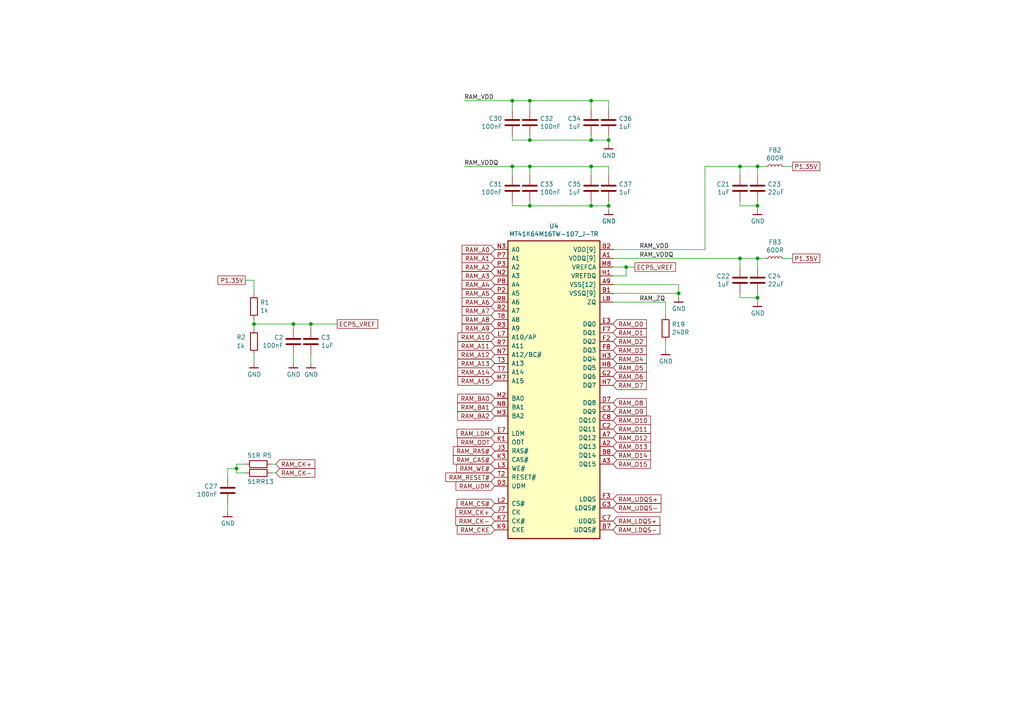
<source format=kicad_sch>
(kicad_sch (version 20230121) (generator eeschema)
  (paper "A4")
  (title_block (title "Orange Crab") (date "2020-11-01") (rev "r0.2.1") (company "Good Stuff Department") (comment 3 "Licensed under CERN OHL v.1.2") (comment 4 "Designed by: Greg Davill"))
  (lib_symbols
    (symbol "Device:C" (pin_numbers hide) (pin_names (offset 0.254))
      (property "Reference" "C" (at 0.635 2.54 0))
      (property "Value" "C" (at 0.635 -2.54 0))
      (symbol "C_0_1"
        (polyline (pts (xy -2.032 -0.762) (xy 2.032 -0.762)) (stroke (width 0.508)))
        (polyline (pts (xy -2.032 0.762) (xy 2.032 0.762)) (stroke (width 0.508)))
      )
      (symbol "C_1_1"
        (pin passive line (at 0 3.81 270) (length 2.794) (name "~") (number "1"))
        (pin passive line (at 0 -3.81 90) (length 2.794) (name "~") (number "2"))
      )
    )
    (symbol "Device:L_Small" (pin_numbers hide) (pin_names (offset 0.254) hide)
      (property "Reference" "L" (at 0.762 1.016 0))
      (property "Value" "L_Small" (at 0.762 -1.016 0))
      (symbol "L_Small_0_1"
        (arc (start 0 -2.032) (mid 0.5058 -1.524) (end 0 -1.016))
        (arc (start 0 -1.016) (mid 0.5058 -0.508) (end 0 0))
        (arc (start 0 0) (mid 0.5058 0.508) (end 0 1.016))
        (arc (start 0 1.016) (mid 0.5058 1.524) (end 0 2.032))
      )
      (symbol "L_Small_1_1"
        (pin passive line (at 0 2.54 270) (length 0.508) (name "~") (number "1"))
        (pin passive line (at 0 -2.54 90) (length 0.508) (name "~") (number "2"))
      )
    )
    (symbol "Device:R" (pin_numbers hide) (pin_names (offset 0))
      (property "Reference" "R" (at 2.032 0 90))
      (property "Value" "R" (at 0 0 90))
      (symbol "R_0_1"
        (rectangle (start -1.016 -2.54) (end 1.016 2.54) (stroke (width 0.254)))
      )
      (symbol "R_1_1"
        (pin passive line (at 0 3.81 270) (length 1.27) (name "~") (number "1"))
        (pin passive line (at 0 -3.81 90) (length 1.27) (name "~") (number "2"))
      )
    )
    (symbol "gkl_mem:MT41K64M16TW-107_J-TR" (pin_names (offset 1.016))
      (property "Reference" "U" (at 0 36.83 0))
      (property "Value" "MT41K64M16TW-107_J-TR" (at 0 34.29 0))
      (symbol "MT41K64M16TW-107_J-TR_0_1"
        (rectangle (start -12.7 33.02) (end 13.97 -53.34) (stroke (width 0.3302)) (fill (type background)))
      )
      (symbol "MT41K64M16TW-107_J-TR_1_1"
        (pin input line (at 17.78 27.94 180) (length 3.81) (name "VDDQ[9]") (number "A1"))
        (pin input line (at 17.78 -26.67 180) (length 3.81) (name "DQ13") (number "A2"))
        (pin input line (at 17.78 -31.75 180) (length 3.81) (name "DQ15") (number "A3"))
        (pin input line (at 17.78 -24.13 180) (length 3.81) (name "DQ12") (number "A7"))
        (pin input line (at 17.78 27.94 180) (length 0) (name "VDDQ") (number "A8"))
        (pin input line (at 17.78 20.32 180) (length 3.81) (name "VSS[12]") (number "A9"))
        (pin input line (at 17.78 17.78 180) (length 3.81) (name "VSSQ[9]") (number "B1"))
        (pin input line (at 17.78 30.48 180) (length 3.81) (name "VDD[9]") (number "B2"))
        (pin input line (at 17.78 20.32 180) (length 0) (name "VSS") (number "B3"))
        (pin input line (at 17.78 -50.8 180) (length 3.81) (name "UDQS#") (number "B7"))
        (pin input line (at 17.78 -29.21 180) (length 3.81) (name "DQ14") (number "B8"))
        (pin input line (at 17.78 17.78 180) (length 0) (name "VSSQ") (number "B9"))
        (pin input line (at 17.78 27.94 180) (length 0) (name "VDDQ") (number "C1"))
        (pin input line (at 17.78 -21.59 180) (length 3.81) (name "DQ11") (number "C2"))
        (pin input line (at 17.78 -16.51 180) (length 3.81) (name "DQ9") (number "C3"))
        (pin input line (at 17.78 -48.26 180) (length 3.81) (name "UDQS") (number "C7"))
        (pin input line (at 17.78 -19.05 180) (length 3.81) (name "DQ10") (number "C8"))
        (pin input line (at 17.78 27.94 180) (length 0) (name "VDDQ") (number "C9"))
        (pin input line (at 17.78 17.78 180) (length 0) (name "VSSQ") (number "D1"))
        (pin input line (at 17.78 27.94 180) (length 0) (name "VDDQ") (number "D2"))
        (pin input line (at -16.51 -38.1 0) (length 3.81) (name "UDM") (number "D3"))
        (pin input line (at 17.78 -13.97 180) (length 3.81) (name "DQ8") (number "D7"))
        (pin input line (at 17.78 17.78 180) (length 0) (name "VSSQ") (number "D8"))
        (pin input line (at 17.78 30.48 180) (length 0) (name "VDD") (number "D9"))
        (pin input line (at 17.78 20.32 180) (length 0) (name "VSS") (number "E1"))
        (pin input line (at 17.78 17.78 180) (length 0) (name "VSSQ") (number "E2"))
        (pin input line (at 17.78 8.89 180) (length 3.81) (name "DQ0") (number "E3"))
        (pin input line (at -16.51 -22.86 0) (length 3.81) (name "LDM") (number "E7"))
        (pin input line (at 17.78 17.78 180) (length 0) (name "VSSQ") (number "E8"))
        (pin input line (at 17.78 27.94 180) (length 0) (name "VDDQ") (number "E9"))
        (pin input line (at 17.78 27.94 180) (length 0) (name "VDDQ") (number "F1"))
        (pin input line (at 17.78 3.81 180) (length 3.81) (name "DQ2") (number "F2"))
        (pin input line (at 17.78 -41.91 180) (length 3.81) (name "LDQS") (number "F3"))
        (pin input line (at 17.78 6.35 180) (length 3.81) (name "DQ1") (number "F7"))
        (pin input line (at 17.78 1.27 180) (length 3.81) (name "DQ3") (number "F8"))
        (pin input line (at 17.78 17.78 180) (length 0) (name "VSSQ") (number "F9"))
        (pin input line (at 17.78 17.78 180) (length 0) (name "VSSQ") (number "G1"))
        (pin input line (at 17.78 -6.35 180) (length 3.81) (name "DQ6") (number "G2"))
        (pin input line (at 17.78 -44.45 180) (length 3.81) (name "LDQS#") (number "G3"))
        (pin input line (at 17.78 30.48 180) (length 0) (name "VDD") (number "G7"))
        (pin input line (at 17.78 17.78 180) (length 0) (name "VSSQ") (number "G9"))
        (pin input line (at 17.78 22.86 180) (length 3.81) (name "VREFDQ") (number "H1"))
        (pin input line (at 17.78 27.94 180) (length 0) (name "VDDQ") (number "H2"))
        (pin input line (at 17.78 -1.27 180) (length 3.81) (name "DQ4") (number "H3"))
        (pin input line (at 17.78 -8.89 180) (length 3.81) (name "DQ7") (number "H7"))
        (pin input line (at 17.78 -3.81 180) (length 3.81) (name "DQ5") (number "H8"))
        (pin input line (at 17.78 27.94 180) (length 0) (name "VDDQ") (number "H9"))
        (pin input line (at 17.78 20.32 180) (length 0) (name "VSS") (number "J2"))
        (pin input line (at -16.51 -27.94 0) (length 3.81) (name "RAS#") (number "J3"))
        (pin input line (at -16.51 -45.72 0) (length 3.81) (name "CK") (number "J7"))
        (pin input line (at 17.78 20.32 180) (length 0) (name "VSS") (number "J8"))
        (pin input line (at -16.51 -25.4 0) (length 3.81) (name "ODT") (number "K1"))
        (pin input line (at 17.78 30.48 180) (length 0) (name "VDD") (number "K2"))
        (pin input line (at -16.51 -30.48 0) (length 3.81) (name "CAS#") (number "K3"))
        (pin input line (at -16.51 -48.26 0) (length 3.81) (name "CK#") (number "K7"))
        (pin input line (at 17.78 30.48 180) (length 0) (name "VDD") (number "K8"))
        (pin input line (at -16.51 -50.8 0) (length 3.81) (name "CKE") (number "K9"))
        (pin input line (at -16.51 -43.18 0) (length 3.81) (name "CS#") (number "L2"))
        (pin input line (at -16.51 -33.02 0) (length 3.81) (name "WE#") (number "L3"))
        (pin input line (at -16.51 5.08 0) (length 3.81) (name "A10/AP") (number "L7"))
        (pin input line (at 17.78 15.24 180) (length 3.81) (name "ZQ") (number "L8"))
        (pin input line (at 17.78 20.32 180) (length 0) (name "VSS") (number "M1"))
        (pin input line (at -16.51 -12.7 0) (length 3.81) (name "BA0") (number "M2"))
        (pin input line (at -16.51 -17.78 0) (length 3.81) (name "BA2") (number "M3"))
        (pin input line (at -16.51 -7.62 0) (length 3.81) (name "A15") (number "M7"))
        (pin input line (at 17.78 25.4 180) (length 3.81) (name "VREFCA") (number "M8"))
        (pin input line (at 17.78 20.32 180) (length 0) (name "VSS") (number "M9"))
        (pin input line (at 17.78 30.48 180) (length 0) (name "VDD") (number "N1"))
        (pin input line (at -16.51 22.86 0) (length 3.81) (name "A3") (number "N2"))
        (pin input line (at -16.51 30.48 0) (length 3.81) (name "A0") (number "N3"))
        (pin input line (at -16.51 0 0) (length 3.81) (name "A12/BC#") (number "N7"))
        (pin input line (at -16.51 -15.24 0) (length 3.81) (name "BA1") (number "N8"))
        (pin input line (at 17.78 30.48 180) (length 0) (name "VDD") (number "N9"))
        (pin input line (at 17.78 20.32 180) (length 0) (name "VSS") (number "P1"))
        (pin input line (at -16.51 17.78 0) (length 3.81) (name "A5") (number "P2"))
        (pin input line (at -16.51 25.4 0) (length 3.81) (name "A2") (number "P3"))
        (pin input line (at -16.51 27.94 0) (length 3.81) (name "A1") (number "P7"))
        (pin input line (at -16.51 20.32 0) (length 3.81) (name "A4") (number "P8"))
        (pin input line (at 17.78 20.32 180) (length 0) (name "VSS") (number "P9"))
        (pin input line (at 17.78 20.32 180) (length 0) (name "VSS") (number "P9"))
        (pin input line (at 17.78 30.48 180) (length 0) (name "VDD") (number "R1"))
        (pin input line (at -16.51 12.7 0) (length 3.81) (name "A7") (number "R2"))
        (pin input line (at -16.51 7.62 0) (length 3.81) (name "A9") (number "R3"))
        (pin input line (at -16.51 2.54 0) (length 3.81) (name "A11") (number "R7"))
        (pin input line (at -16.51 15.24 0) (length 3.81) (name "A6") (number "R8"))
        (pin input line (at 17.78 30.48 180) (length 0) (name "VDD") (number "R9"))
        (pin input line (at 17.78 20.32 180) (length 0) (name "VSS") (number "T1"))
        (pin input line (at -16.51 -35.56 0) (length 3.81) (name "RESET#") (number "T2"))
        (pin input line (at -16.51 -2.54 0) (length 3.81) (name "A13") (number "T3"))
        (pin input line (at -16.51 -5.08 0) (length 3.81) (name "A14") (number "T7"))
        (pin input line (at -16.51 10.16 0) (length 3.81) (name "A8") (number "T8"))
        (pin input line (at 17.78 20.32 180) (length 0) (name "VSS") (number "T9"))
      )
    )
    (symbol "gkl_power:GND" (power) (pin_names (offset 0))
      (property "Value" "GND" (at 0 -2.54 0))
      (symbol "GND_0_1"
        (polyline (pts (xy 0 -1.27) (xy 0 0)))
        (polyline (pts (xy 1.27 -1.27) (xy -1.27 -1.27)) (stroke (width 0.3048)))
      )
      (symbol "GND_1_1"
        (pin power_in line (at 0 0 270) (length 0) hide (name "GND") (number "1"))
      )
    )
  )
  (junction (at 171.45 48.26))
  (junction (at 196.85 85.09))
  (junction (at 90.17 93.98))
  (junction (at 153.67 48.26))
  (junction (at 176.53 40.64))
  (junction (at 214.63 48.26))
  (junction (at 153.67 29.21))
  (junction (at 219.71 59.69))
  (junction (at 148.59 29.21))
  (junction (at 153.67 59.69))
  (junction (at 171.45 29.21))
  (junction (at 85.09 93.98))
  (junction (at 153.67 40.64))
  (junction (at 181.61 77.47))
  (junction (at 219.71 74.93))
  (junction (at 219.71 48.26))
  (junction (at 176.53 59.69))
  (junction (at 171.45 40.64))
  (junction (at 73.66 93.98))
  (junction (at 148.59 48.26))
  (junction (at 214.63 74.93))
  (junction (at 219.71 86.36))
  (junction (at 68.58 135.89))
  (junction (at 171.45 59.69))
  (wire (pts (xy 176.53 40.64) (xy 176.53 41.91)))
  (wire (pts (xy 153.67 39.37) (xy 153.67 40.64)))
  (wire (pts (xy 68.58 137.16) (xy 68.58 135.89)))
  (wire (pts (xy 219.71 85.09) (xy 219.71 86.36)))
  (wire (pts (xy 148.59 48.26) (xy 153.67 48.26)))
  (wire (pts (xy 85.09 95.25) (xy 85.09 93.98)))
  (wire (pts (xy 181.61 77.47) (xy 184.15 77.47)))
  (wire (pts (xy 222.25 74.93) (xy 219.71 74.93)))
  (wire (pts (xy 204.47 48.26) (xy 204.47 72.39)))
  (wire (pts (xy 80.01 137.16) (xy 78.74 137.16)))
  (wire (pts (xy 229.87 48.26) (xy 227.33 48.26)))
  (wire (pts (xy 177.8 82.55) (xy 196.85 82.55)))
  (wire (pts (xy 176.53 31.75) (xy 176.53 29.21)))
  (wire (pts (xy 73.66 102.87) (xy 73.66 105.41)))
  (wire (pts (xy 134.62 48.26) (xy 148.59 48.26)))
  (wire (pts (xy 153.67 59.69) (xy 171.45 59.69)))
  (wire (pts (xy 134.62 29.21) (xy 148.59 29.21)))
  (wire (pts (xy 66.04 135.89) (xy 68.58 135.89)))
  (wire (pts (xy 73.66 93.98) (xy 73.66 95.25)))
  (wire (pts (xy 177.8 85.09) (xy 196.85 85.09)))
  (wire (pts (xy 193.04 101.6) (xy 193.04 99.06)))
  (wire (pts (xy 214.63 59.69) (xy 219.71 59.69)))
  (wire (pts (xy 68.58 135.89) (xy 68.58 134.62)))
  (wire (pts (xy 71.12 137.16) (xy 68.58 137.16)))
  (wire (pts (xy 171.45 48.26) (xy 176.53 48.26)))
  (wire (pts (xy 171.45 59.69) (xy 176.53 59.69)))
  (wire (pts (xy 177.8 80.01) (xy 181.61 80.01)))
  (wire (pts (xy 171.45 58.42) (xy 171.45 59.69)))
  (wire (pts (xy 214.63 48.26) (xy 204.47 48.26)))
  (wire (pts (xy 153.67 50.8) (xy 153.67 48.26)))
  (wire (pts (xy 214.63 58.42) (xy 214.63 59.69)))
  (wire (pts (xy 90.17 93.98) (xy 97.79 93.98)))
  (wire (pts (xy 176.53 39.37) (xy 176.53 40.64)))
  (wire (pts (xy 177.8 77.47) (xy 181.61 77.47)))
  (wire (pts (xy 214.63 86.36) (xy 219.71 86.36)))
  (wire (pts (xy 148.59 58.42) (xy 148.59 59.69)))
  (wire (pts (xy 153.67 31.75) (xy 153.67 29.21)))
  (wire (pts (xy 66.04 146.05) (xy 66.04 148.59)))
  (wire (pts (xy 148.59 50.8) (xy 148.59 48.26)))
  (wire (pts (xy 68.58 134.62) (xy 71.12 134.62)))
  (wire (pts (xy 229.87 74.93) (xy 227.33 74.93)))
  (wire (pts (xy 176.53 58.42) (xy 176.53 59.69)))
  (wire (pts (xy 171.45 40.64) (xy 176.53 40.64)))
  (wire (pts (xy 73.66 92.71) (xy 73.66 93.98)))
  (wire (pts (xy 219.71 58.42) (xy 219.71 59.69)))
  (wire (pts (xy 171.45 31.75) (xy 171.45 29.21)))
  (wire (pts (xy 171.45 39.37) (xy 171.45 40.64)))
  (wire (pts (xy 177.8 87.63) (xy 193.04 87.63)))
  (wire (pts (xy 148.59 29.21) (xy 153.67 29.21)))
  (wire (pts (xy 85.09 105.41) (xy 85.09 102.87)))
  (wire (pts (xy 176.53 59.69) (xy 176.53 60.96)))
  (wire (pts (xy 148.59 39.37) (xy 148.59 40.64)))
  (wire (pts (xy 196.85 82.55) (xy 196.85 85.09)))
  (wire (pts (xy 73.66 93.98) (xy 85.09 93.98)))
  (wire (pts (xy 73.66 81.28) (xy 73.66 85.09)))
  (wire (pts (xy 171.45 29.21) (xy 176.53 29.21)))
  (wire (pts (xy 222.25 48.26) (xy 219.71 48.26)))
  (wire (pts (xy 219.71 74.93) (xy 219.71 77.47)))
  (wire (pts (xy 80.01 134.62) (xy 78.74 134.62)))
  (wire (pts (xy 214.63 77.47) (xy 214.63 74.93)))
  (wire (pts (xy 214.63 50.8) (xy 214.63 48.26)))
  (wire (pts (xy 193.04 87.63) (xy 193.04 91.44)))
  (wire (pts (xy 148.59 31.75) (xy 148.59 29.21)))
  (wire (pts (xy 148.59 40.64) (xy 153.67 40.64)))
  (wire (pts (xy 90.17 102.87) (xy 90.17 105.41)))
  (wire (pts (xy 219.71 59.69) (xy 219.71 60.96)))
  (wire (pts (xy 219.71 48.26) (xy 219.71 50.8)))
  (wire (pts (xy 90.17 95.25) (xy 90.17 93.98)))
  (wire (pts (xy 148.59 59.69) (xy 153.67 59.69)))
  (wire (pts (xy 196.85 85.09) (xy 196.85 86.36)))
  (wire (pts (xy 181.61 80.01) (xy 181.61 77.47)))
  (wire (pts (xy 214.63 48.26) (xy 219.71 48.26)))
  (wire (pts (xy 177.8 72.39) (xy 204.47 72.39)))
  (wire (pts (xy 214.63 85.09) (xy 214.63 86.36)))
  (wire (pts (xy 177.8 74.93) (xy 214.63 74.93)))
  (wire (pts (xy 85.09 93.98) (xy 90.17 93.98)))
  (wire (pts (xy 71.12 81.28) (xy 73.66 81.28)))
  (wire (pts (xy 171.45 50.8) (xy 171.45 48.26)))
  (wire (pts (xy 66.04 138.43) (xy 66.04 135.89)))
  (wire (pts (xy 153.67 29.21) (xy 171.45 29.21)))
  (wire (pts (xy 176.53 50.8) (xy 176.53 48.26)))
  (wire (pts (xy 153.67 40.64) (xy 171.45 40.64)))
  (wire (pts (xy 153.67 48.26) (xy 171.45 48.26)))
  (wire (pts (xy 214.63 74.93) (xy 219.71 74.93)))
  (wire (pts (xy 153.67 58.42) (xy 153.67 59.69)))
  (wire (pts (xy 219.71 86.36) (xy 219.71 87.63)))
  (label "RAM_VDD" (at 185.42 72.39 0))
  (label "RAM_VDD" (at 134.62 29.21 0))
  (label "RAM_ZQ" (at 185.42 87.63 0))
  (label "RAM_VDDQ" (at 134.62 48.26 0))
  (label "RAM_VDDQ" (at 185.42 74.93 0))
  (global_label "RAM_A8" (shape input) (at 143.51 92.71 180) (property "Intersheetrefs" "${INTERSHEET_REFS}" (effects hide)))
  (global_label "RAM_UDQS-" (shape input) (at 177.8 147.32 0) (property "Intersheetrefs" "${INTERSHEET_REFS}" (effects hide)))
  (global_label "RAM_D1" (shape input) (at 177.8 96.52 0) (property "Intersheetrefs" "${INTERSHEET_REFS}" (effects hide)))
  (global_label "RAM_BA2" (shape input) (at 143.51 120.65 180) (property "Intersheetrefs" "${INTERSHEET_REFS}" (effects hide)))
  (global_label "RAM_D0" (shape input) (at 177.8 93.98 0) (property "Intersheetrefs" "${INTERSHEET_REFS}" (effects hide)))
  (global_label "RAM_A15" (shape input) (at 143.51 110.49 180) (property "Intersheetrefs" "${INTERSHEET_REFS}" (effects hide)))
  (global_label "RAM_BA1" (shape input) (at 143.51 118.11 180) (property "Intersheetrefs" "${INTERSHEET_REFS}" (effects hide)))
  (global_label "RAM_D7" (shape input) (at 177.8 111.76 0) (property "Intersheetrefs" "${INTERSHEET_REFS}" (effects hide)))
  (global_label "RAM_RAS#" (shape input) (at 143.51 130.81 180) (property "Intersheetrefs" "${INTERSHEET_REFS}" (effects hide)))
  (global_label "RAM_UDM" (shape input) (at 143.51 140.97 180) (property "Intersheetrefs" "${INTERSHEET_REFS}" (effects hide)))
  (global_label "RAM_CS#" (shape input) (at 143.51 146.05 180) (property "Intersheetrefs" "${INTERSHEET_REFS}" (effects hide)))
  (global_label "RAM_UDQS+" (shape input) (at 177.8 144.78 0) (property "Intersheetrefs" "${INTERSHEET_REFS}" (effects hide)))
  (global_label "RAM_A12" (shape input) (at 143.51 102.87 180) (property "Intersheetrefs" "${INTERSHEET_REFS}" (effects hide)))
  (global_label "RAM_CAS#" (shape input) (at 143.51 133.35 180) (property "Intersheetrefs" "${INTERSHEET_REFS}" (effects hide)))
  (global_label "ECP5_VREF" (shape passive) (at 184.15 77.47 0) (property "Intersheetrefs" "${INTERSHEET_REFS}" (effects hide)))
  (global_label "RAM_WE#" (shape input) (at 143.51 135.89 180) (property "Intersheetrefs" "${INTERSHEET_REFS}" (effects hide)))
  (global_label "RAM_RESET#" (shape input) (at 143.51 138.43 180) (property "Intersheetrefs" "${INTERSHEET_REFS}" (effects hide)))
  (global_label "RAM_A10" (shape input) (at 143.51 97.79 180) (property "Intersheetrefs" "${INTERSHEET_REFS}" (effects hide)))
  (global_label "RAM_D11" (shape input) (at 177.8 124.46 0) (property "Intersheetrefs" "${INTERSHEET_REFS}" (effects hide)))
  (global_label "RAM_D10" (shape input) (at 177.8 121.92 0) (property "Intersheetrefs" "${INTERSHEET_REFS}" (effects hide)))
  (global_label "RAM_D8" (shape input) (at 177.8 116.84 0) (property "Intersheetrefs" "${INTERSHEET_REFS}" (effects hide)))
  (global_label "RAM_CK-" (shape input) (at 80.01 137.16 0) (property "Intersheetrefs" "${INTERSHEET_REFS}" (effects hide)))
  (global_label "P1.35V" (shape passive) (at 229.87 74.93 0) (property "Intersheetrefs" "${INTERSHEET_REFS}" (effects hide)))
  (global_label "RAM_D4" (shape input) (at 177.8 104.14 0) (property "Intersheetrefs" "${INTERSHEET_REFS}" (effects hide)))
  (global_label "RAM_A3" (shape input) (at 143.51 80.01 180) (property "Intersheetrefs" "${INTERSHEET_REFS}" (effects hide)))
  (global_label "RAM_CKE" (shape input) (at 143.51 153.67 180) (property "Intersheetrefs" "${INTERSHEET_REFS}" (effects hide)))
  (global_label "RAM_D12" (shape input) (at 177.8 127 0) (property "Intersheetrefs" "${INTERSHEET_REFS}" (effects hide)))
  (global_label "RAM_D13" (shape input) (at 177.8 129.54 0) (property "Intersheetrefs" "${INTERSHEET_REFS}" (effects hide)))
  (global_label "RAM_A7" (shape input) (at 143.51 90.17 180) (property "Intersheetrefs" "${INTERSHEET_REFS}" (effects hide)))
  (global_label "RAM_LDQS-" (shape input) (at 177.8 153.67 0) (property "Intersheetrefs" "${INTERSHEET_REFS}" (effects hide)))
  (global_label "RAM_A2" (shape input) (at 143.51 77.47 180) (property "Intersheetrefs" "${INTERSHEET_REFS}" (effects hide)))
  (global_label "ECP5_VREF" (shape passive) (at 97.79 93.98 0) (property "Intersheetrefs" "${INTERSHEET_REFS}" (effects hide)))
  (global_label "RAM_A14" (shape input) (at 143.51 107.95 180) (property "Intersheetrefs" "${INTERSHEET_REFS}" (effects hide)))
  (global_label "RAM_CK+" (shape input) (at 80.01 134.62 0) (property "Intersheetrefs" "${INTERSHEET_REFS}" (effects hide)))
  (global_label "RAM_A9" (shape input) (at 143.51 95.25 180) (property "Intersheetrefs" "${INTERSHEET_REFS}" (effects hide)))
  (global_label "RAM_A4" (shape input) (at 143.51 82.55 180) (property "Intersheetrefs" "${INTERSHEET_REFS}" (effects hide)))
  (global_label "RAM_D2" (shape input) (at 177.8 99.06 0) (property "Intersheetrefs" "${INTERSHEET_REFS}" (effects hide)))
  (global_label "RAM_A6" (shape input) (at 143.51 87.63 180) (property "Intersheetrefs" "${INTERSHEET_REFS}" (effects hide)))
  (global_label "RAM_LDQS+" (shape input) (at 177.8 151.13 0) (property "Intersheetrefs" "${INTERSHEET_REFS}" (effects hide)))
  (global_label "P1.35V" (shape passive) (at 229.87 48.26 0) (property "Intersheetrefs" "${INTERSHEET_REFS}" (effects hide)))
  (global_label "RAM_D5" (shape input) (at 177.8 106.68 0) (property "Intersheetrefs" "${INTERSHEET_REFS}" (effects hide)))
  (global_label "RAM_D15" (shape input) (at 177.8 134.62 0) (property "Intersheetrefs" "${INTERSHEET_REFS}" (effects hide)))
  (global_label "RAM_ODT" (shape input) (at 143.51 128.27 180) (property "Intersheetrefs" "${INTERSHEET_REFS}" (effects hide)))
  (global_label "RAM_BA0" (shape input) (at 143.51 115.57 180) (property "Intersheetrefs" "${INTERSHEET_REFS}" (effects hide)))
  (global_label "RAM_A11" (shape input) (at 143.51 100.33 180) (property "Intersheetrefs" "${INTERSHEET_REFS}" (effects hide)))
  (global_label "RAM_LDM" (shape input) (at 143.51 125.73 180) (property "Intersheetrefs" "${INTERSHEET_REFS}" (effects hide)))
  (global_label "RAM_D3" (shape input) (at 177.8 101.6 0) (property "Intersheetrefs" "${INTERSHEET_REFS}" (effects hide)))
  (global_label "RAM_A5" (shape input) (at 143.51 85.09 180) (property "Intersheetrefs" "${INTERSHEET_REFS}" (effects hide)))
  (global_label "RAM_A1" (shape input) (at 143.51 74.93 180) (property "Intersheetrefs" "${INTERSHEET_REFS}" (effects hide)))
  (global_label "RAM_A0" (shape input) (at 143.51 72.39 180) (property "Intersheetrefs" "${INTERSHEET_REFS}" (effects hide)))
  (global_label "RAM_CK-" (shape input) (at 143.51 151.13 180) (property "Intersheetrefs" "${INTERSHEET_REFS}" (effects hide)))
  (global_label "P1.35V" (shape passive) (at 71.12 81.28 180) (property "Intersheetrefs" "${INTERSHEET_REFS}" (effects hide)))
  (global_label "RAM_D14" (shape input) (at 177.8 132.08 0) (property "Intersheetrefs" "${INTERSHEET_REFS}" (effects hide)))
  (global_label "RAM_D6" (shape input) (at 177.8 109.22 0) (property "Intersheetrefs" "${INTERSHEET_REFS}" (effects hide)))
  (global_label "RAM_CK+" (shape input) (at 143.51 148.59 180) (property "Intersheetrefs" "${INTERSHEET_REFS}" (effects hide)))
  (global_label "RAM_D9" (shape input) (at 177.8 119.38 0) (property "Intersheetrefs" "${INTERSHEET_REFS}" (effects hide)))
  (global_label "RAM_A13" (shape input) (at 143.51 105.41 180) (property "Intersheetrefs" "${INTERSHEET_REFS}" (effects hide)))
  (symbol (lib_id "gkl_mem:MT41K64M16TW-107_J-TR") (at 160.02 102.87 0) (unit 1)
    (property "Reference" "U4" (at 160.655 65.5574 0))
    (property "Value" "MT41K64M16TW-107_J-TR" (at 160.655 67.8688 0))
    (property "Footprint" "Package_BGA:BGA-96_9.0x13.0mm_Layout2x3x16_P0.8mm" (effects hide))
    (property "PN" "MT41K64M16TW-107:J TR" (effects hide))
    (property "Mfg" "Micron Technology Inc." (effects hide))
    (property "mfg_product-variant:85F/4G" "Micron Technology Inc." (effects hide))
    (property "pn_product-variant: 85F/4G" "MT41K256M16TW" (effects hide))
    (property "lcsc#" "C75475" (effects hide))
  )
  (symbol (lib_id "Device:C") (at 171.45 54.61 0) (mirror y) (unit 1)
    (property "Reference" "C35" (at 168.529 53.4416 0) (effects (justify left)))
    (property "Value" "1uF" (at 168.529 55.753 0) (effects (justify left)))
    (property "Footprint" "Capacitor_SMD:C_0402_1005Metric" (effects hide))
    (property "Mfg" "Taiyo Yuden" (effects hide))
    (property "PN" "JMK105C6105KV-F" (effects hide))
    (property "Mfg_1" "YAGEO" (effects hide))
    (property "PN_1" "CC0402KRX5R7BB105" (effects hide))
    (property "lcsc#" "C325464" (effects hide))
  )
  (symbol (lib_id "gkl_power:GND") (at 176.53 60.96 0) (unit 1)
    (property "Reference" "#PWR0135" (effects hide))
    (property "Value" "GND" (at 176.6062 64.1604 0))
  )
  (symbol (lib_id "Device:C") (at 176.53 54.61 0) (unit 1)
    (property "Reference" "C37" (at 179.451 53.4416 0) (effects (justify left)))
    (property "Value" "1uF" (at 179.451 55.753 0) (effects (justify left)))
    (property "Footprint" "Capacitor_SMD:C_0402_1005Metric" (effects hide))
    (property "Mfg" "Taiyo Yuden" (effects hide))
    (property "PN" "JMK105C6105KV-F" (effects hide))
    (property "Mfg_1" "YAGEO" (effects hide))
    (property "PN_1" "CC0402KRX5R7BB105" (effects hide))
    (property "lcsc#" "C325464" (effects hide))
  )
  (symbol (lib_id "Device:C") (at 148.59 54.61 0) (mirror y) (unit 1)
    (property "Reference" "C31" (at 145.669 53.4416 0) (effects (justify left)))
    (property "Value" "100nF" (at 145.669 55.753 0) (effects (justify left)))
    (property "Footprint" "gkl_dipol:C_0201_0603Metric" (effects hide))
    (property "Mfg" "Samsung Electro-Mechanics" (effects hide))
    (property "PN" "CL03A104KQ3NNNC" (effects hide))
    (property "Mfg_1" "YAGEO" (effects hide))
    (property "PN_1" "CC0201KRX5R7BB104" (effects hide))
    (property "lcsc#" "C467016" (effects hide))
  )
  (symbol (lib_id "Device:C") (at 153.67 54.61 0) (unit 1)
    (property "Reference" "C33" (at 156.591 53.4416 0) (effects (justify left)))
    (property "Value" "100nF" (at 156.591 55.753 0) (effects (justify left)))
    (property "Footprint" "gkl_dipol:C_0201_0603Metric" (effects hide))
    (property "Mfg" "Samsung Electro-Mechanics" (effects hide))
    (property "PN" "CL03A104KQ3NNNC" (effects hide))
    (property "Mfg_1" "YAGEO" (effects hide))
    (property "PN_1" "CC0201KRX5R7BB104" (effects hide))
    (property "lcsc#" "C467016" (effects hide))
  )
  (symbol (lib_id "Device:C") (at 171.45 35.56 0) (mirror y) (unit 1)
    (property "Reference" "C34" (at 168.529 34.3916 0) (effects (justify left)))
    (property "Value" "1uF" (at 168.529 36.703 0) (effects (justify left)))
    (property "Footprint" "Capacitor_SMD:C_0402_1005Metric" (effects hide))
    (property "Mfg" "Taiyo Yuden" (effects hide))
    (property "PN" "JMK105C6105KV-F" (effects hide))
    (property "Mfg_1" "YAGEO" (effects hide))
    (property "PN_1" "CC0402KRX5R7BB105" (effects hide))
    (property "lcsc#" "C325464" (effects hide))
  )
  (symbol (lib_id "gkl_power:GND") (at 176.53 41.91 0) (unit 1)
    (property "Reference" "#PWR0136" (effects hide))
    (property "Value" "GND" (at 176.6062 45.1104 0))
  )
  (symbol (lib_id "Device:C") (at 176.53 35.56 0) (unit 1)
    (property "Reference" "C36" (at 179.451 34.3916 0) (effects (justify left)))
    (property "Value" "1uF" (at 179.451 36.703 0) (effects (justify left)))
    (property "Footprint" "Capacitor_SMD:C_0402_1005Metric" (effects hide))
    (property "Mfg" "Taiyo Yuden" (effects hide))
    (property "PN" "JMK105C6105KV-F" (effects hide))
    (property "Mfg_1" "YAGEO" (effects hide))
    (property "PN_1" "CC0402KRX5R7BB105" (effects hide))
    (property "lcsc#" "C325464" (effects hide))
  )
  (symbol (lib_id "Device:C") (at 148.59 35.56 0) (mirror y) (unit 1)
    (property "Reference" "C30" (at 145.669 34.3916 0) (effects (justify left)))
    (property "Value" "100nF" (at 145.669 36.703 0) (effects (justify left)))
    (property "Footprint" "gkl_dipol:C_0201_0603Metric" (effects hide))
    (property "Mfg" "Samsung Electro-Mechanics" (effects hide))
    (property "PN" "CL03A104KQ3NNNC" (effects hide))
    (property "Mfg_1" "YAGEO" (effects hide))
    (property "PN_1" "CC0201KRX5R7BB104" (effects hide))
    (property "lcsc#" "C467016" (effects hide))
  )
  (symbol (lib_id "Device:C") (at 153.67 35.56 0) (unit 1)
    (property "Reference" "C32" (at 156.591 34.3916 0) (effects (justify left)))
    (property "Value" "100nF" (at 156.591 36.703 0) (effects (justify left)))
    (property "Footprint" "gkl_dipol:C_0201_0603Metric" (effects hide))
    (property "Mfg" "Samsung Electro-Mechanics" (effects hide))
    (property "PN" "CL03A104KQ3NNNC" (effects hide))
    (property "Mfg_1" "YAGEO" (effects hide))
    (property "PN_1" "CC0201KRX5R7BB104" (effects hide))
    (property "lcsc#" "C467016" (effects hide))
  )
  (symbol (lib_id "Device:R") (at 193.04 95.25 0) (unit 1)
    (property "Reference" "R19" (at 194.818 94.0816 0) (effects (justify left)))
    (property "Value" "240R" (at 194.818 96.393 0) (effects (justify left)))
    (property "Footprint" "Resistor_SMD:R_0402_1005Metric" (effects hide))
    (property "Mfg" "‎Yageo‎" (effects hide))
    (property "PN" "RC0402FR-07240RL" (effects hide))
    (property "Mfg_1" "UNI-ROYAL(Uniroyal Elec)" (effects hide))
    (property "PN_1" "0402WGF2400TCE" (effects hide))
  )
  (symbol (lib_id "gkl_power:GND") (at 193.04 101.6 0) (unit 1)
    (property "Reference" "#PWR0126" (effects hide))
    (property "Value" "GND" (at 193.1162 104.8004 0))
  )
  (symbol (lib_id "Device:C") (at 214.63 54.61 0) (mirror y) (unit 1)
    (property "Reference" "C21" (at 211.709 53.4416 0) (effects (justify left)))
    (property "Value" "1uF" (at 211.709 55.753 0) (effects (justify left)))
    (property "Footprint" "Capacitor_SMD:C_0402_1005Metric" (effects hide))
    (property "Mfg" "Taiyo Yuden" (effects hide))
    (property "PN" "JMK105C6105KV-F" (effects hide))
    (property "Mfg_1" "YAGEO" (effects hide))
    (property "PN_1" "CC0402KRX5R7BB105" (effects hide))
    (property "lcsc#" "C325464" (effects hide))
  )
  (symbol (lib_id "Device:C") (at 219.71 54.61 0) (unit 1)
    (property "Reference" "C23" (at 222.631 53.4416 0) (effects (justify left)))
    (property "Value" "22uF" (at 222.631 55.753 0) (effects (justify left)))
    (property "Footprint" "Capacitor_SMD:C_0603_1608Metric" (effects hide))
    (property "Mfg" "Murata Electronics North America" (effects hide))
    (property "PN" "GRM188R60J226MEA0D" (effects hide))
    (property "Mfg_1" "YAGEO" (effects hide))
    (property "PN_1" "CC0603MRX5R5BB226" (effects hide))
    (property "lcsc#" "C109448" (effects hide))
  )
  (symbol (lib_id "gkl_power:GND") (at 219.71 60.96 0) (unit 1)
    (property "Reference" "#PWR0127" (effects hide))
    (property "Value" "GND" (at 219.7862 64.1604 0))
  )
  (symbol (lib_id "Device:L_Small") (at 224.79 48.26 90) (unit 1)
    (property "Reference" "FB2" (at 224.79 43.561 90))
    (property "Value" "600R" (at 224.79 45.8724 90))
    (property "Footprint" "Inductor_SMD:L_0402_1005Metric" (effects hide))
    (property "Mfg" "Murata Electronics North America" (effects hide))
    (property "PN" "BLM15AG601SN1D" (effects hide))
    (property "Mfg_1" "TDK" (effects hide))
    (property "PN_1" "MMZ1005S601ET000" (effects hide))
    (property "lcsc#" "C87550" (effects hide))
  )
  (symbol (lib_id "Device:C") (at 214.63 81.28 0) (mirror y) (unit 1)
    (property "Reference" "C22" (at 211.709 80.1116 0) (effects (justify left)))
    (property "Value" "1uF" (at 211.709 82.423 0) (effects (justify left)))
    (property "Footprint" "Capacitor_SMD:C_0402_1005Metric" (effects hide))
    (property "Mfg" "Taiyo Yuden" (effects hide))
    (property "PN" "JMK105C6105KV-F" (effects hide))
    (property "Mfg_1" "YAGEO" (effects hide))
    (property "PN_1" "CC0402KRX5R7BB105" (effects hide))
    (property "lcsc#" "C325464" (effects hide))
  )
  (symbol (lib_id "Device:C") (at 219.71 81.28 0) (unit 1)
    (property "Reference" "C24" (at 222.631 80.1116 0) (effects (justify left)))
    (property "Value" "22uF" (at 222.631 82.423 0) (effects (justify left)))
    (property "Footprint" "Capacitor_SMD:C_0603_1608Metric" (effects hide))
    (property "Mfg" "Murata Electronics North America" (effects hide))
    (property "PN" "GRM188R60J226MEA0D" (effects hide))
    (property "Mfg_1" "YAGEO" (effects hide))
    (property "PN_1" "CC0603MRX5R5BB226" (effects hide))
    (property "lcsc#" "C109448" (effects hide))
  )
  (symbol (lib_id "gkl_power:GND") (at 219.71 87.63 0) (unit 1)
    (property "Reference" "#PWR0128" (effects hide))
    (property "Value" "GND" (at 219.7862 90.8304 0))
  )
  (symbol (lib_id "Device:L_Small") (at 224.79 74.93 90) (unit 1)
    (property "Reference" "FB3" (at 224.79 70.231 90))
    (property "Value" "600R" (at 224.79 72.5424 90))
    (property "Footprint" "Inductor_SMD:L_0402_1005Metric" (effects hide))
    (property "Mfg" "Murata Electronics North America" (effects hide))
    (property "PN" "BLM15AG601SN1D" (effects hide))
    (property "Mfg_1" "TDK" (effects hide))
    (property "PN_1" "MMZ1005S601ET000" (effects hide))
    (property "lcsc#" "C87550" (effects hide))
  )
  (symbol (lib_id "gkl_power:GND") (at 196.85 86.36 0) (unit 1)
    (property "Reference" "#PWR0129" (effects hide))
    (property "Value" "GND" (at 196.9262 89.5604 0))
  )
  (symbol (lib_id "Device:C") (at 66.04 142.24 0) (unit 1)
    (property "Reference" "C27" (at 63.1444 141.0716 0) (effects (justify right)))
    (property "Value" "100nF" (at 63.1444 143.383 0) (effects (justify right)))
    (property "Footprint" "gkl_dipol:C_0201_0603Metric" (effects hide))
    (property "Mfg" "Samsung Electro-Mechanics" (effects hide))
    (property "PN" "CL03A104KQ3NNNC" (effects hide))
    (property "Mfg_1" "YAGEO" (effects hide))
    (property "PN_1" "CC0201KRX5R7BB104" (effects hide))
    (property "lcsc#" "C467016" (effects hide))
  )
  (symbol (lib_id "gkl_power:GND") (at 66.04 148.59 0) (unit 1)
    (property "Reference" "#PWR0139" (effects hide))
    (property "Value" "GND" (at 66.1162 151.7904 0))
  )
  (symbol (lib_id "Device:R") (at 74.93 134.62 90) (unit 1)
    (property "Reference" "R5" (at 77.47 132.08 90))
    (property "Value" "51R" (at 73.66 132.08 90))
    (property "Footprint" "gkl_dipol:R_0201_0603Metric" (effects hide))
    (property "Mfg" "‎Yageo‎" (effects hide))
    (property "PN" "RC0201FR-0751RL" (effects hide))
    (property "Mfg_1" "UNI-ROYAL(Uniroyal Elec)" (effects hide))
    (property "PN_1" "0201WMF510JTCE" (effects hide))
  )
  (symbol (lib_id "Device:R") (at 74.93 137.16 90) (unit 1)
    (property "Reference" "R13" (at 77.47 139.7 90))
    (property "Value" "51R" (at 73.66 139.7 90))
    (property "Footprint" "gkl_dipol:R_0201_0603Metric" (effects hide))
    (property "Mfg" "‎Yageo‎" (effects hide))
    (property "PN" "RC0201FR-0751RL" (effects hide))
    (property "Mfg_1" "UNI-ROYAL(Uniroyal Elec)" (effects hide))
    (property "PN_1" "0201WMF510JTCE" (effects hide))
  )
  (symbol (lib_id "Device:R") (at 73.66 88.9 0) (unit 1)
    (property "Reference" "R1" (at 75.438 87.7316 0) (effects (justify left)))
    (property "Value" "1k" (at 75.438 90.043 0) (effects (justify left)))
    (property "Footprint" "gkl_dipol:R_0201_0603Metric" (effects hide))
    (property "Mfg" "‎Yageo‎" (effects hide))
    (property "PN" "RC0201FR-071KL" (effects hide))
    (property "Mfg_1" "UNI-ROYAL(Uniroyal Elec)" (effects hide))
    (property "PN_1" "0201WMF1001TCE" (effects hide))
  )
  (symbol (lib_id "Device:R") (at 73.66 99.06 0) (unit 1)
    (property "Reference" "R2" (at 68.58 97.79 0) (effects (justify left)))
    (property "Value" "1k" (at 68.58 100.33 0) (effects (justify left)))
    (property "Footprint" "gkl_dipol:R_0201_0603Metric" (effects hide))
    (property "Mfg" "‎Yageo‎" (effects hide))
    (property "PN" "RC0201FR-071KL" (effects hide))
    (property "Mfg_1" "UNI-ROYAL(Uniroyal Elec)" (effects hide))
    (property "PN_1" "0201WMF1001TCE" (effects hide))
  )
  (symbol (lib_id "gkl_power:GND") (at 73.66 105.41 0) (unit 1)
    (property "Reference" "#PWR0102" (effects hide))
    (property "Value" "GND" (at 73.7362 108.6104 0))
  )
  (symbol (lib_id "Device:C") (at 90.17 99.06 0) (mirror y) (unit 1)
    (property "Reference" "C3" (at 93.091 97.8916 0) (effects (justify right)))
    (property "Value" "1uF" (at 93.091 100.203 0) (effects (justify right)))
    (property "Footprint" "Capacitor_SMD:C_0402_1005Metric" (effects hide))
    (property "Mfg" "Taiyo Yuden" (effects hide))
    (property "PN" "JMK105C6105KV-F" (effects hide))
    (property "Mfg_1" "YAGEO" (effects hide))
    (property "PN_1" "CC0402KRX5R7BB105" (effects hide))
    (property "lcsc#" "C325464" (effects hide))
  )
  (symbol (lib_id "Device:C") (at 85.09 99.06 0) (unit 1)
    (property "Reference" "C2" (at 82.1944 97.8916 0) (effects (justify right)))
    (property "Value" "100nF" (at 82.1944 100.203 0) (effects (justify right)))
    (property "Footprint" "gkl_dipol:C_0201_0603Metric" (effects hide))
    (property "Mfg" "Samsung Electro-Mechanics" (effects hide))
    (property "PN" "CL03A104KQ3NNNC" (effects hide))
    (property "Mfg_1" "YAGEO" (effects hide))
    (property "PN_1" "CC0201KRX5R7BB104" (effects hide))
    (property "lcsc#" "C467016" (effects hide))
  )
  (symbol (lib_id "gkl_power:GND") (at 85.09 105.41 0) (unit 1)
    (property "Reference" "#PWR0105" (effects hide))
    (property "Value" "GND" (at 85.1662 108.6104 0))
  )
  (symbol (lib_id "gkl_power:GND") (at 90.17 105.41 0) (unit 1)
    (property "Reference" "#PWR0106" (effects hide))
    (property "Value" "GND" (at 90.2462 108.6104 0))
  )
)
</source>
